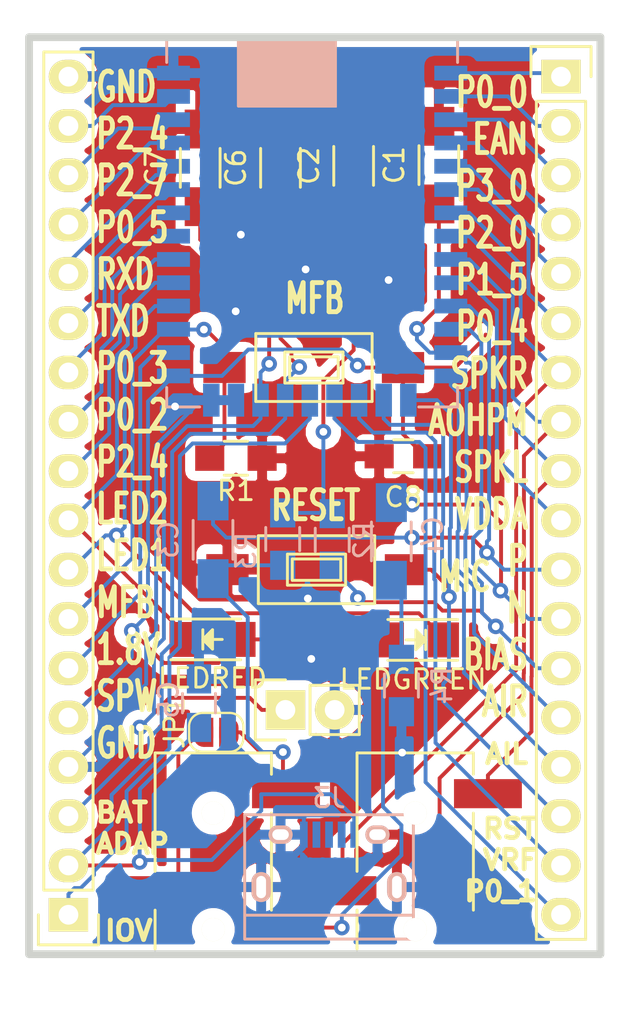
<source format=kicad_pcb>
(kicad_pcb (version 20200518) (host pcbnew "5.99.0-unknown-6083c08~88~ubuntu18.04.1")
  (layers (0 "F.Cu" signal) (31 "B.Cu" signal) (34 "B.Paste" user) (35 "F.Paste" user) (36 "B.SilkS" user) (37 "F.SilkS" user) (38 "B.Mask" user) (39 "F.Mask" user) (44 "Edge.Cuts" user))
  (net 0 "")
  (net 1 "/1")
  (net 2 "/2")
  (net 3 "/3")
  (net 4 "/4")
  (net 5 "/5")
  (net 6 "/6")
  (net 7 "/7")
  (net 8 "/8")
  (net 9 "/9")
  (net 10 "/10")
  (net 11 "/11")
  (net 12 "/12")
  (net 13 "/13")
  (net 14 "/14")
  (net 15 "/15")
  (net 16 "/16")
  (net 17 "/17")
  (net 18 "/18")
  (net 19 "/36")
  (net 20 "/35")
  (net 21 "/34")
  (net 22 "/33")
  (net 23 "/32")
  (net 24 "/31")
  (net 25 "/30")
  (net 26 "/29")
  (net 27 "/28")
  (net 28 "/27")
  (net 29 "/26")
  (net 30 "/25")
  (net 31 "/24")
  (net 32 "/21")
  (net 33 "/20")
  (net 34 "/19")
  (net 35 "/GND")
  (net 36 "Net-(C2-Pad1)")
  (net 37 "Net-(C3-Pad2)")
  (net 38 "Net-(C4-Pad2)")
  (net 39 "Net-(J2-Pad3)")
  (module "Capacitors_SMD.pretty:C_1206_HandSoldering" (layer "F.Cu") (at 133.7945 55.499 90)
    (fp_text reference "C7" (at 0 -2.3 90) (layer "F.SilkS"))
    (fp_text value "10u/16V")
    (pad "2" smd rect (at 2 0 90) (size 2 1.6) (layers "F.Cu" "F.Paste" "F.Mask") (net 35 "/GND"))
    (pad "1" smd rect (at -2 0 90) (size 2 1.6) (layers "F.Cu" "F.Paste" "F.Mask") (net 32 "/21"))
  )
  (module "Capacitors_SMD.pretty:C_1206_HandSoldering" (layer "F.Cu") (at 137.9347 55.499 90)
    (fp_text reference "C6" (at 0 -2.3 90) (layer "F.SilkS"))
    (fp_text value "10u/16V")
    (pad "2" smd rect (at 2 0 90) (size 2 1.6) (layers "F.Cu" "F.Paste" "F.Mask") (net 35 "/GND"))
    (pad "1" smd rect (at -2 0 90) (size 2 1.6) (layers "F.Cu" "F.Paste" "F.Mask") (net 33 "/20"))
  )
  (module "Capacitors_SMD.pretty:C_1206_HandSoldering" (layer "F.Cu") (at 141.7066 55.3974 90)
    (fp_text reference "C2" (at 0 -2.3 90) (layer "F.SilkS"))
    (fp_text value "2u2/10V")
    (pad "2" smd rect (at 2 0 90) (size 2 1.6) (layers "F.Cu" "F.Paste" "F.Mask") (net 35 "/GND"))
    (pad "1" smd rect (at -2 0 90) (size 2 1.6) (layers "F.Cu" "F.Paste" "F.Mask") (net 36 "Net-(C2-Pad1)"))
  )
  (module "Capacitors_SMD.pretty:C_1206_HandSoldering" (layer "F.Cu") (at 146.1008 55.3593 90)
    (fp_text reference "C1" (at 0 -2.3 90) (layer "F.SilkS"))
    (fp_text value "2u2/10V")
    (pad "2" smd rect (at 2 0 90) (size 2 1.6) (layers "F.Cu" "F.Paste" "F.Mask") (net 35 "/GND"))
    (pad "1" smd rect (at -2 0 90) (size 2 1.6) (layers "F.Cu" "F.Paste" "F.Mask") (net 13 "/13"))
  )
  (module "jacks:3.5mm_stereo_jack_PJ320B" (layer "F.Cu") (at 134.4676 94.742 180)
    (fp_text reference "J2" hide)
    (fp_text value "PJ-320B" hide)
    (pad "" np_thru_hole circle (at 0 6 180) (size 1.2 1.2) (drill 1.2) (layers *.Cu *.Mask "F.SilkS"))
    (pad "2" smd rect (at -3.75 7 180) (size 3.5 1.5) (layers "F.Cu" "F.Paste" "F.Mask") (net 37 "Net-(C3-Pad2)"))
    (pad "3" smd rect (at 3.75 2 180) (size 3.5 1.5) (layers "F.Cu" "F.Paste" "F.Mask") (net 39 "Net-(J2-Pad3)"))
    (pad "1" smd rect (at -3.75 0 180) (size 3.5 1.5) (layers "F.Cu" "F.Paste" "F.Mask") (net 38 "Net-(C4-Pad2)"))
    (pad "" np_thru_hole circle (at 0 0 180) (size 1.2 1.2) (drill 1.2) (layers *.Cu *.Mask "F.SilkS"))
  )
  (module "jacks:3.5mm_stereo_jack_PJ320B" (layer "F.Cu") (at 144.8816 94.742 180)
    (fp_text reference "J1" hide)
    (fp_text value "PJ-320B" hide)
    (pad "" np_thru_hole circle (at 0 6 180) (size 1.2 1.2) (drill 1.2) (layers *.Cu *.Mask "F.SilkS"))
    (pad "2" smd rect (at -3.75 7 180) (size 3.5 1.5) (layers "F.Cu" "F.Paste" "F.Mask") (net 9 "/9"))
    (pad "3" smd rect (at 3.75 2 180) (size 3.5 1.5) (layers "F.Cu" "F.Paste" "F.Mask") (net 7 "/7"))
    (pad "1" smd rect (at -3.75 0 180) (size 3.5 1.5) (layers "F.Cu" "F.Paste" "F.Mask") (net 8 "/8"))
    (pad "" np_thru_hole circle (at 0 0 180) (size 1.2 1.2) (drill 1.2) (layers *.Cu *.Mask "F.SilkS"))
  )
  (module "modules:BM20_no_silk_screen_under_antena" (layer "B.Cu") (at 147.066 67.818 180)
    (fp_text reference "U1" hide)
    (fp_text value "BM20" hide)
    (pad "15" smd trapezoid (at 2.54 0.35 180) (size 0.85 1.7) (layers "B.Cu" "B.Paste" "B.Mask") (net 15 "/15"))
    (pad "16" smd trapezoid (at 3.81 0.35 180) (size 0.85 1.7) (layers "B.Cu" "B.Paste" "B.Mask") (net 16 "/16"))
    (pad "17" smd trapezoid (at 5.08 0.35 180) (size 0.85 1.7) (layers "B.Cu" "B.Paste" "B.Mask") (net 17 "/17"))
    (pad "18" smd trapezoid (at 6.35 0.35 180) (size 0.85 1.7) (layers "B.Cu" "B.Paste" "B.Mask") (net 18 "/18"))
    (pad "19" smd trapezoid (at 7.62 0.35 180) (size 0.85 1.7) (layers "B.Cu" "B.Paste" "B.Mask") (net 34 "/19"))
    (pad "20" smd trapezoid (at 8.89 0.35 180) (size 0.85 1.7) (layers "B.Cu" "B.Paste" "B.Mask") (net 33 "/20"))
    (pad "21" smd trapezoid (at 10.16 0.35 180) (size 0.85 1.7) (layers "B.Cu" "B.Paste" "B.Mask") (net 32 "/21"))
    (pad "22" smd trapezoid (at 11.43 0.35 180) (size 0.85 1.7) (layers "B.Cu" "B.Paste" "B.Mask") (net 35 "/GND"))
    (pad "23" smd trapezoid (at 12.7 0.35 180) (size 0.85 1.7) (layers "B.Cu" "B.Paste" "B.Mask") (net 35 "/GND"))
    (pad "24" smd trapezoid (at 14.65 1.6 90) (size 0.76 1.7) (layers "B.Cu" "B.Paste" "B.Mask") (net 31 "/24"))
    (pad "25" smd trapezoid (at 14.65 2.8 90) (size 0.76 1.7) (layers "B.Cu" "B.Paste" "B.Mask") (net 30 "/25"))
    (pad "27" smd trapezoid (at 14.65 5.2 90) (size 0.76 1.7) (layers "B.Cu" "B.Paste" "B.Mask") (net 28 "/27"))
    (pad "26" smd trapezoid (at 14.65 4 90) (size 0.76 1.7) (layers "B.Cu" "B.Paste" "B.Mask") (net 29 "/26"))
    (pad "31" smd trapezoid (at 14.65 10 90) (size 0.76 1.7) (layers "B.Cu" "B.Paste" "B.Mask") (net 24 "/31"))
    (pad "29" smd trapezoid (at 14.65 7.6 90) (size 0.76 1.7) (layers "B.Cu" "B.Paste" "B.Mask") (net 26 "/29"))
    (pad "30" smd trapezoid (at 14.65 8.8 90) (size 0.76 1.7) (layers "B.Cu" "B.Paste" "B.Mask") (net 25 "/30"))
    (pad "28" smd trapezoid (at 14.65 6.4 90) (size 0.76 1.7) (layers "B.Cu" "B.Paste" "B.Mask") (net 27 "/28"))
    (pad "37" smd trapezoid (at 14.65 17.2 90) (size 0.76 1.7) (layers "B.Cu" "B.Paste" "B.Mask") (net 35 "/GND"))
    (pad "35" smd trapezoid (at 14.65 14.8 90) (size 0.76 1.7) (layers "B.Cu" "B.Paste" "B.Mask") (net 20 "/35"))
    (pad "36" smd trapezoid (at 14.65 16 90) (size 0.76 1.7) (layers "B.Cu" "B.Paste" "B.Mask") (net 19 "/36"))
    (pad "33" smd trapezoid (at 14.65 12.4 90) (size 0.76 1.7) (layers "B.Cu" "B.Paste" "B.Mask") (net 22 "/33"))
    (pad "34" smd trapezoid (at 14.65 13.6 90) (size 0.76 1.7) (layers "B.Cu" "B.Paste" "B.Mask") (net 21 "/34"))
    (pad "32" smd trapezoid (at 14.65 11.2 90) (size 0.76 1.7) (layers "B.Cu" "B.Paste" "B.Mask") (net 23 "/32"))
    (pad "9" smd trapezoid (at 0.35 7.6 90) (size 0.76 1.7) (layers "B.Cu" "B.Paste" "B.Mask") (net 9 "/9"))
    (pad "2" smd trapezoid (at 0.35 16 90) (size 0.76 1.7) (layers "B.Cu" "B.Paste" "B.Mask") (net 2 "/2"))
    (pad "6" smd trapezoid (at 0.35 11.2 90) (size 0.76 1.7) (layers "B.Cu" "B.Paste" "B.Mask") (net 6 "/6"))
    (pad "11" smd trapezoid (at 0.35 5.2 90) (size 0.76 1.7) (layers "B.Cu" "B.Paste" "B.Mask") (net 11 "/11"))
    (pad "5" smd trapezoid (at 0.35 12.4 90) (size 0.76 1.7) (layers "B.Cu" "B.Paste" "B.Mask") (net 5 "/5"))
    (pad "10" smd trapezoid (at 0.35 6.4 90) (size 0.76 1.7) (layers "B.Cu" "B.Paste" "B.Mask") (net 10 "/10"))
    (pad "13" smd trapezoid (at 0.35 2.8 90) (size 0.76 1.7) (layers "B.Cu" "B.Paste" "B.Mask") (net 13 "/13"))
    (pad "4" smd trapezoid (at 0.35 13.6 90) (size 0.76 1.7) (layers "B.Cu" "B.Paste" "B.Mask") (net 4 "/4"))
    (pad "1" smd trapezoid (at 0.35 17.2 90) (size 0.76 1.7) (layers "B.Cu" "B.Paste" "B.Mask") (net 1 "/1"))
    (pad "8" smd trapezoid (at 0.35 8.8 90) (size 0.76 1.7) (layers "B.Cu" "B.Paste" "B.Mask") (net 8 "/8"))
    (pad "12" smd trapezoid (at 0.35 4 90) (size 0.76 1.7) (layers "B.Cu" "B.Paste" "B.Mask") (net 12 "/12"))
    (pad "14" smd trapezoid (at 0.35 1.6 90) (size 0.76 1.7) (layers "B.Cu" "B.Paste" "B.Mask") (net 14 "/14"))
    (pad "3" smd trapezoid (at 0.35 14.8 90) (size 0.76 1.7) (layers "B.Cu" "B.Paste" "B.Mask") (net 3 "/3"))
    (pad "7" smd trapezoid (at 0.35 10 90) (size 0.76 1.7) (layers "B.Cu" "B.Paste" "B.Mask") (net 7 "/7"))
  )
  (module "Pin_Headers.pretty:Pin_Header_Straight_1x18" (layer "F.Cu") (at 152.4 50.8)
    (fp_text reference "CON1" hide)
    (fp_text value "CONN_18")
    (pad "1" thru_hole rect (at 0 0) (size 2.032 1.7272) (drill 1.016) (layers *.Cu *.Mask "F.SilkS") (net 1 "/1"))
    (pad "2" thru_hole oval (at 0 2.54) (size 2.032 1.7272) (drill 1.016) (layers *.Cu *.Mask "F.SilkS") (net 2 "/2"))
    (pad "3" thru_hole oval (at 0 5.08) (size 2.032 1.7272) (drill 1.016) (layers *.Cu *.Mask "F.SilkS") (net 3 "/3"))
    (pad "4" thru_hole oval (at 0 7.62) (size 2.032 1.7272) (drill 1.016) (layers *.Cu *.Mask "F.SilkS") (net 4 "/4"))
    (pad "5" thru_hole oval (at 0 10.16) (size 2.032 1.7272) (drill 1.016) (layers *.Cu *.Mask "F.SilkS") (net 5 "/5"))
    (pad "6" thru_hole oval (at 0 12.7) (size 2.032 1.7272) (drill 1.016) (layers *.Cu *.Mask "F.SilkS") (net 6 "/6"))
    (pad "7" thru_hole oval (at 0 15.24) (size 2.032 1.7272) (drill 1.016) (layers *.Cu *.Mask "F.SilkS") (net 7 "/7"))
    (pad "8" thru_hole oval (at 0 17.78) (size 2.032 1.7272) (drill 1.016) (layers *.Cu *.Mask "F.SilkS") (net 8 "/8"))
    (pad "9" thru_hole oval (at 0 20.32) (size 2.032 1.7272) (drill 1.016) (layers *.Cu *.Mask "F.SilkS") (net 9 "/9"))
    (pad "10" thru_hole oval (at 0 22.86) (size 2.032 1.7272) (drill 1.016) (layers *.Cu *.Mask "F.SilkS") (net 10 "/10"))
    (pad "11" thru_hole oval (at 0 25.4) (size 2.032 1.7272) (drill 1.016) (layers *.Cu *.Mask "F.SilkS") (net 11 "/11"))
    (pad "12" thru_hole oval (at 0 27.94) (size 2.032 1.7272) (drill 1.016) (layers *.Cu *.Mask "F.SilkS") (net 12 "/12"))
    (pad "13" thru_hole oval (at 0 30.48) (size 2.032 1.7272) (drill 1.016) (layers *.Cu *.Mask "F.SilkS") (net 13 "/13"))
    (pad "14" thru_hole oval (at 0 33.02) (size 2.032 1.7272) (drill 1.016) (layers *.Cu *.Mask "F.SilkS") (net 14 "/14"))
    (pad "15" thru_hole oval (at 0 35.56) (size 2.032 1.7272) (drill 1.016) (layers *.Cu *.Mask "F.SilkS") (net 15 "/15"))
    (pad "16" thru_hole oval (at 0 38.1) (size 2.032 1.7272) (drill 1.016) (layers *.Cu *.Mask "F.SilkS") (net 16 "/16"))
    (pad "17" thru_hole oval (at 0 40.64) (size 2.032 1.7272) (drill 1.016) (layers *.Cu *.Mask "F.SilkS") (net 17 "/17"))
    (pad "18" thru_hole oval (at 0 43.18) (size 2.032 1.7272) (drill 1.016) (layers *.Cu *.Mask "F.SilkS") (net 18 "/18"))
  )
  (module "Pin_Headers.pretty:Pin_Header_Straight_1x18" (layer "F.Cu") (at 127 93.98 180)
    (fp_text reference "CON2" hide)
    (fp_text value "CONN_18")
    (pad "18" thru_hole oval (at 0 43.18 180) (size 2.032 1.7272) (drill 1.016) (layers *.Cu *.Mask "F.SilkS") (net 35 "/GND"))
    (pad "17" thru_hole oval (at 0 40.64 180) (size 2.032 1.7272) (drill 1.016) (layers *.Cu *.Mask "F.SilkS") (net 19 "/36"))
    (pad "16" thru_hole oval (at 0 38.1 180) (size 2.032 1.7272) (drill 1.016) (layers *.Cu *.Mask "F.SilkS") (net 20 "/35"))
    (pad "15" thru_hole oval (at 0 35.56 180) (size 2.032 1.7272) (drill 1.016) (layers *.Cu *.Mask "F.SilkS") (net 21 "/34"))
    (pad "14" thru_hole oval (at 0 33.02 180) (size 2.032 1.7272) (drill 1.016) (layers *.Cu *.Mask "F.SilkS") (net 22 "/33"))
    (pad "13" thru_hole oval (at 0 30.48 180) (size 2.032 1.7272) (drill 1.016) (layers *.Cu *.Mask "F.SilkS") (net 23 "/32"))
    (pad "12" thru_hole oval (at 0 27.94 180) (size 2.032 1.7272) (drill 1.016) (layers *.Cu *.Mask "F.SilkS") (net 24 "/31"))
    (pad "11" thru_hole oval (at 0 25.4 180) (size 2.032 1.7272) (drill 1.016) (layers *.Cu *.Mask "F.SilkS") (net 25 "/30"))
    (pad "10" thru_hole oval (at 0 22.86 180) (size 2.032 1.7272) (drill 1.016) (layers *.Cu *.Mask "F.SilkS") (net 26 "/29"))
    (pad "9" thru_hole oval (at 0 20.32 180) (size 2.032 1.7272) (drill 1.016) (layers *.Cu *.Mask "F.SilkS") (net 27 "/28"))
    (pad "8" thru_hole oval (at 0 17.78 180) (size 2.032 1.7272) (drill 1.016) (layers *.Cu *.Mask "F.SilkS") (net 28 "/27"))
    (pad "7" thru_hole oval (at 0 15.24 180) (size 2.032 1.7272) (drill 1.016) (layers *.Cu *.Mask "F.SilkS") (net 29 "/26"))
    (pad "6" thru_hole oval (at 0 12.7 180) (size 2.032 1.7272) (drill 1.016) (layers *.Cu *.Mask "F.SilkS") (net 30 "/25"))
    (pad "5" thru_hole oval (at 0 10.16 180) (size 2.032 1.7272) (drill 1.016) (layers *.Cu *.Mask "F.SilkS") (net 31 "/24"))
    (pad "4" thru_hole oval (at 0 7.62 180) (size 2.032 1.7272) (drill 1.016) (layers *.Cu *.Mask "F.SilkS") (net 35 "/GND"))
    (pad "3" thru_hole oval (at 0 5.08 180) (size 2.032 1.7272) (drill 1.016) (layers *.Cu *.Mask "F.SilkS") (net 32 "/21"))
    (pad "2" thru_hole oval (at 0 2.54 180) (size 2.032 1.7272) (drill 1.016) (layers *.Cu *.Mask "F.SilkS") (net 33 "/20"))
    (pad "1" thru_hole rect (at 0 0 180) (size 2.032 1.7272) (drill 1.016) (layers *.Cu *.Mask "F.SilkS") (net 34 "/19"))
  )
  (module "LEDs.pretty:LED-1206" (layer "F.Cu") (at 134.4295 79.7941)
    (fp_text reference "D2" hide)
    (fp_text value "LEDRED" (at 0 2) (layer "F.SilkS"))
    (pad "2" smd rect (at 1.41986 0 180) (size 1.59766 1.80086) (layers "F.Cu" "F.Paste" "F.Mask") (net 31 "/24"))
    (pad "1" smd rect (at -1.41986 0 180) (size 1.59766 1.80086) (layers "F.Cu" "F.Paste" "F.Mask") (net 27 "/28"))
  )
  (module "LEDs.pretty:LED-1206" (layer "F.Cu") (at 144.9197 79.8195 180)
    (fp_text reference "D1" hide)
    (fp_text value "LEDGREEN" (at 0.14986 -2.032 180) (layer "F.SilkS"))
    (pad "1" smd rect (at -1.41986 0) (size 1.59766 1.80086) (layers "F.Cu" "F.Paste" "F.Mask") (net 28 "/27"))
    (pad "2" smd rect (at 1.41986 0) (size 1.59766 1.80086) (layers "F.Cu" "F.Paste" "F.Mask") (net 31 "/24"))
  )
  (module "Resistors_SMD.pretty:R_0805_HandSoldering" (layer "F.Cu") (at 135.636 70.4596)
    (fp_text reference "R1" (at 0 1.6764) (layer "F.SilkS"))
    (fp_text value "1k" hide)
    (pad "1" smd rect (at -1.35 0) (size 1.5 1.3) (layers "F.Cu" "F.Paste" "F.Mask") (net 29 "/26"))
    (pad "2" smd rect (at 1.35 0) (size 1.5 1.3) (layers "F.Cu" "F.Paste" "F.Mask") (net 35 "/GND"))
  )
  (module "Buttons_Switches_SMD.pretty:SW_SPST_FSMSM" (layer "F.Cu") (at 139.8016 76.2 180)
    (fp_text reference "SW1" hide)
    (fp_text value "SWITCH_SPST")
    (pad "1" smd rect (at -4.60243 -0.00232 180) (size 2.18 1.6) (layers "F.Cu" "F.Paste" "F.Mask") (net 16 "/16"))
    (pad "2" smd rect (at 4.60243 0.00232 180) (size 2.18 1.6) (layers "F.Cu" "F.Paste" "F.Mask") (net 35 "/GND"))
  )
  (module "Buttons_Switches_SMD.pretty:SW_SPST_FSMSM" (layer "F.Cu") (at 139.6492 65.786)
    (fp_text reference "SW2" hide)
    (fp_text value "SWITCH_SPST")
    (pad "2" smd rect (at 4.60243 0.00232) (size 2.18 1.6) (layers "F.Cu" "F.Paste" "F.Mask") (net 31 "/24"))
    (pad "1" smd rect (at -4.60243 -0.00232) (size 2.18 1.6) (layers "F.Cu" "F.Paste" "F.Mask") (net 29 "/26"))
  )
  (module "Capacitors_SMD.pretty:C_1206_HandSoldering" (layer "B.Cu") (at 134.4549 74.6633 -90)
    (fp_text reference "C3" (at 0 2.3 -90) (layer "B.SilkS") (effects (justify mirror)))
    (fp_text value "0,1u/16V")
    (pad "1" smd rect (at -2 0 270) (size 2 1.6) (layers "B.Cu" "B.Paste" "B.Mask") (net 11 "/11"))
    (pad "2" smd rect (at 2 0 270) (size 2 1.6) (layers "B.Cu" "B.Paste" "B.Mask") (net 37 "Net-(C3-Pad2)"))
  )
  (module "Capacitors_SMD.pretty:C_1206_HandSoldering" (layer "B.Cu") (at 143.6497 74.7456 -90)
    (fp_text reference "C4" (at -0.3236 -2.1463 -90) (layer "B.SilkS") (effects (justify mirror)))
    (fp_text value "0,1u/16V")
    (pad "2" smd rect (at 2 0 270) (size 2 1.6) (layers "B.Cu" "B.Paste" "B.Mask") (net 38 "Net-(C4-Pad2)"))
    (pad "1" smd rect (at -2 0 270) (size 2 1.6) (layers "B.Cu" "B.Paste" "B.Mask") (net 12 "/12"))
  )
  (module "Capacitors_SMD.pretty:C_0805_HandSoldering" (layer "B.Cu") (at 133.731 83.078 90)
    (fp_text reference "C5" (at 0.1778 -1.5621 90) (layer "B.SilkS") (effects (justify mirror)))
    (fp_text value "100n")
    (pad "1" smd rect (at -1.25 0 90) (size 1.5 1.25) (layers "B.Cu" "B.Paste" "B.Mask") (net 33 "/20"))
    (pad "2" smd rect (at 1.25 0 90) (size 1.5 1.25) (layers "B.Cu" "B.Paste" "B.Mask") (net 35 "/GND"))
  )
  (module "Pin_Headers.pretty:Pin_Header_Straight_1x02" (layer "F.Cu") (at 138.1887 83.4263 90)
    (fp_text reference "CON3" hide)
    (fp_text value "batt")
    (pad "1" thru_hole rect (at 0 0 90) (size 2.032 2.032) (drill 1.016) (layers *.Cu *.Mask "F.SilkS") (net 32 "/21"))
    (pad "2" thru_hole oval (at 0 2.54 90) (size 2.032 2.032) (drill 1.016) (layers *.Cu *.Mask "F.SilkS") (net 35 "/GND"))
  )
  (module "Resistors_SMD.pretty:R_0805_HandSoldering" (layer "B.Cu") (at 140.6017 74.6633 -90)
    (fp_text reference "R2" (at 0.0381 -1.6383 -90) (layer "B.SilkS") (effects (justify mirror)))
    (fp_text value "1k")
    (pad "1" smd rect (at -1.35 0 270) (size 1.5 1.3) (layers "B.Cu" "B.Paste" "B.Mask") (net 36 "Net-(C2-Pad1)"))
    (pad "2" smd rect (at 1.35 0 270) (size 1.5 1.3) (layers "B.Cu" "B.Paste" "B.Mask") (net 13 "/13"))
  )
  (module "Resistors_SMD.pretty:R_0805_HandSoldering" (layer "B.Cu") (at 138.049 74.6252 90)
    (fp_text reference "R3" (at -0.6096 -1.8923 90) (layer "B.SilkS") (effects (justify mirror)))
    (fp_text value "1k")
    (pad "2" smd rect (at 1.35 0 90) (size 1.5 1.3) (layers "B.Cu" "B.Paste" "B.Mask") (net 36 "Net-(C2-Pad1)"))
    (pad "1" smd rect (at -1.35 0 90) (size 1.5 1.3) (layers "B.Cu" "B.Paste" "B.Mask") (net 37 "Net-(C3-Pad2)"))
  )
  (module "Resistors_SMD.pretty:R_0805_HandSoldering" (layer "B.Cu") (at 144.1704 82.169 90)
    (fp_text reference "R4" (at 0 2.1 90) (layer "B.SilkS") (effects (justify mirror)))
    (fp_text value "2k")
    (pad "1" smd rect (at -1.35 0 90) (size 1.5 1.3) (layers "B.Cu" "B.Paste" "B.Mask") (net 35 "/GND"))
    (pad "2" smd rect (at 1.35 0 90) (size 1.5 1.3) (layers "B.Cu" "B.Paste" "B.Mask") (net 38 "Net-(C4-Pad2)"))
  )
  (module "Connect.pretty:USB_Micro-B" (layer "B.Cu") (at 140.4366 91.4146 180)
    (fp_text reference "J3" (at 0 3.45 180) (layer "B.SilkS") (effects (justify mirror)))
    (fp_text value "USB_B_Micro")
    (pad "6" thru_hole oval (at 3.4991 -1.13746 90) (size 1.55 1) (drill oval 1.15 0.5) (layers *.Cu *.Mask "B.SilkS") (net 35 "/GND"))
    (pad "6" thru_hole oval (at -3.5009 -1.13746 90) (size 1.55 1) (drill oval 1.15 0.5) (layers *.Cu *.Mask "B.SilkS") (net 35 "/GND"))
    (pad "6" thru_hole oval (at 2.4991 1.56254 90) (size 0.95 1.25) (drill oval 0.55 0.85) (layers *.Cu *.Mask "B.SilkS") (net 35 "/GND"))
    (pad "6" thru_hole oval (at -2.5009 1.56254 90) (size 0.95 1.25) (drill oval 0.55 0.85) (layers *.Cu *.Mask "B.SilkS") (net 35 "/GND"))
    (pad "5" smd rect (at 1.2991 1.56254 90) (size 1.35 0.4) (layers "B.Cu" "B.Paste" "B.Mask") (net 35 "/GND"))
    (pad "4" smd rect (at 0.6491 1.56254 90) (size 1.35 0.4) (layers "B.Cu" "B.Paste" "B.Mask"))
    (pad "3" smd rect (at -0.0009 1.56254 90) (size 1.35 0.4) (layers "B.Cu" "B.Paste" "B.Mask"))
    (pad "2" smd rect (at -0.6509 1.56254 90) (size 1.35 0.4) (layers "B.Cu" "B.Paste" "B.Mask"))
    (pad "1" smd rect (at -1.3009 1.56254 90) (size 1.35 0.4) (layers "B.Cu" "B.Paste" "B.Mask") (net 33 "/20"))
  )
  (module "Capacitors_SMD.pretty:C_0805_HandSoldering" (layer "F.Cu") (at 144.272 70.358 180)
    (fp_text reference "C8" (at 0 -2.1 180) (layer "F.SilkS"))
    (fp_text value "100n")
    (pad "1" smd rect (at -1.25 0 180) (size 1.5 1.25) (layers "F.Cu" "F.Paste" "F.Mask") (net 31 "/24"))
    (pad "2" smd rect (at 1.25 0 180) (size 1.5 1.25) (layers "F.Cu" "F.Paste" "F.Mask") (net 35 "/GND"))
  )
  (module "Jumper:SolderJumper-2_P1.3mm_Open_RoundedPad1.0x1.5mm" (layer "F.Cu") (at 134.62 84.582)
    (fp_text reference "JP1" (at -2.159 -0.508 90) (layer "F.SilkS"))
    (fp_text value "Jumper_NO_Small")
    (pad "2" smd roundrect (at 0.65 0) (size 1 1.5) (layers "F.Cu" "F.Mask") (roundrect_rratio 0.5) (net 37 "Net-(C3-Pad2)"))
    (pad "1" smd roundrect (at -0.65 0) (size 1 1.5) (layers "F.Cu" "F.Mask") (roundrect_rratio 0.5) (net 39 "Net-(J2-Pad3)"))
    (pad "1" smd rect (at -0.4 0) (size 0.5 1.5) (layers "F.Cu" "F.Mask") (net 39 "Net-(J2-Pad3)"))
    (pad "2" smd rect (at 0.4 0) (size 0.5 1.5) (layers "F.Cu" "F.Mask") (net 37 "Net-(C3-Pad2)"))
  )
  (gr_text "MIC" (at 147.4343 76.5556) (layer "F.SilkS") (effects (font (size 1.5 1) (thickness 0.25))))
  (gr_text "RST\nVRF\nP0_1" (at 151.2824 91.1606) (layer "F.SilkS") (effects (font (size 1 1) (thickness 0.25)) (justify right)))
  (gr_text "AIL" (at 149.5933 85.6996) (layer "F.SilkS") (effects (font (size 1 1) (thickness 0.25))))
  (gr_text "IOV\n" (at 130.1115 94.8055) (layer "F.SilkS") (effects (font (size 1 1) (thickness 0.25))))
  (gr_text "MFB" (at 139.7 62.23) (layer "F.SilkS") (effects (font (size 1.5 1) (thickness 0.25))))
  (gr_text "RESET" (at 139.7508 72.898) (layer "F.SilkS") (effects (font (size 1.5 1) (thickness 0.25))))
  (gr_text "P0_0\nEAN\nP3_0\nP2_0\nP1_5\nP0_4\nSPKR\nAOHPM\nSPKL\nVDDA\nP\nN\nBIAS\nAIR" (at 150.8379 67.31) (layer "F.SilkS") (effects (font (size 1.5 1) (thickness 0.25)) (justify right)))
  (gr_text "BAT\nADAP" (at 128.2827 89.5223) (layer "F.SilkS") (effects (font (size 1 1) (thickness 0.25)) (justify left)))
  (gr_text "GND\nP2_4\nP2_7\nP0_5\nRXD\nTXD\nP0_3\nP0_2\nP2_4\nLED2\nLED1\nMFB\n1.8V\nSPW\nGND" (at 128.2954 68.2371) (layer "F.SilkS") (effects (font (size 1.5 1) (thickness 0.25)) (justify left)))
  (gr_line (start 124.968 96.012) (end 154.432 96.012) (layer "Edge.Cuts") (width 0.4))
  (gr_line (start 124.968 48.768) (end 124.968 96.012) (layer "Edge.Cuts") (width 0.4))
  (gr_line (start 154.432 48.768) (end 124.968 48.768) (layer "Edge.Cuts") (width 0.4))
  (gr_line (start 154.432 96.012) (end 154.432 48.768) (layer "Edge.Cuts") (width 0.4))
  (segment (start 146.716 50.618) (end 152.218 50.618) (width 0.2) (layer "B.Cu") (net 1))
  (segment (start 152.218 50.618) (end 152.4 50.8) (width 0.2) (layer "B.Cu") (net 1))
  (segment (start 152.4 53.34) (end 151.184 53.34) (width 0.2) (layer "B.Cu") (net 2))
  (segment (start 151.184 53.34) (end 149.662 51.818) (width 0.2) (layer "B.Cu") (net 2))
  (segment (start 149.662 51.818) (end 147.666 51.818) (width 0.2) (layer "B.Cu") (net 2))
  (segment (start 147.666 51.818) (end 146.716 51.818) (width 0.2) (layer "B.Cu") (net 2))
  (segment (start 152.4 55.88) (end 152.2476 55.88) (width 0.2) (layer "B.Cu") (net 3))
  (segment (start 152.2476 55.88) (end 149.3856 53.018) (width 0.2) (layer "B.Cu") (net 3))
  (segment (start 149.3856 53.018) (end 147.666 53.018) (width 0.2) (layer "B.Cu") (net 3))
  (segment (start 147.666 53.018) (end 146.716 53.018) (width 0.2) (layer "B.Cu") (net 3))
  (segment (start 152.4 58.42) (end 152.2476 58.42) (width 0.2) (layer "B.Cu") (net 4))
  (segment (start 152.2476 58.42) (end 148.0456 54.218) (width 0.2) (layer "B.Cu") (net 4))
  (segment (start 147.666 54.218) (end 146.716 54.218) (width 0.2) (layer "B.Cu") (net 4))
  (segment (start 148.0456 54.218) (end 147.666 54.218) (width 0.2) (layer "B.Cu") (net 4))
  (segment (start 151.184 58.936) (end 147.666 55.418) (width 0.2) (layer "B.Cu") (net 5))
  (segment (start 151.184 59.8964) (end 151.184 58.936) (width 0.2) (layer "B.Cu") (net 5))
  (segment (start 152.4 60.96) (end 152.2476 60.96) (width 0.2) (layer "B.Cu") (net 5))
  (segment (start 147.666 55.418) (end 146.716 55.418) (width 0.2) (layer "B.Cu") (net 5))
  (segment (start 152.2476 60.96) (end 151.184 59.8964) (width 0.2) (layer "B.Cu") (net 5))
  (segment (start 152.4 63.5) (end 152.2476 63.5) (width 0.2) (layer "B.Cu") (net 6))
  (segment (start 148.1088 56.618) (end 146.716 56.618) (width 0.2) (layer "B.Cu") (net 6))
  (segment (start 152.2476 63.5) (end 150.7236 61.976) (width 0.2) (layer "B.Cu") (net 6))
  (segment (start 150.7236 61.976) (end 150.7236 59.2328) (width 0.2) (layer "B.Cu") (net 6))
  (segment (start 150.7236 59.2328) (end 148.1088 56.618) (width 0.2) (layer "B.Cu") (net 6))
  (segment (start 152.2476 66.04) (end 152.4 66.04) (width 0.2) (layer "F.Cu") (net 7))
  (segment (start 141.1316 90.3259) (end 150.0886 81.3689) (width 0.2) (layer "F.Cu") (net 7))
  (segment (start 141.1316 92.742) (end 141.1316 90.3259) (width 0.2) (layer "F.Cu") (net 7))
  (segment (start 150.0886 81.3689) (end 150.0886 68.199) (width 0.2) (layer "F.Cu") (net 7))
  (segment (start 150.0886 68.199) (end 152.2476 66.04) (width 0.2) (layer "F.Cu") (net 7))
  (segment (start 150.3172 60.4692) (end 147.666 57.818) (width 0.2) (layer "B.Cu") (net 7))
  (segment (start 147.666 57.818) (end 146.716 57.818) (width 0.2) (layer "B.Cu") (net 7))
  (segment (start 150.3172 64.1096) (end 150.3172 60.4692) (width 0.2) (layer "B.Cu") (net 7))
  (segment (start 152.2476 66.04) (end 150.3172 64.1096) (width 0.2) (layer "B.Cu") (net 7))
  (segment (start 152.4 66.04) (end 152.2476 66.04) (width 0.2) (layer "B.Cu") (net 7))
  (segment (start 146.1389 86.9442) (end 150.475911 82.607189) (width 0.2) (layer "F.Cu") (net 8))
  (segment (start 150.488611 81.534589) (end 150.488611 70.338989) (width 0.2) (layer "F.Cu") (net 8))
  (segment (start 150.475911 81.547289) (end 150.488611 81.534589) (width 0.2) (layer "F.Cu") (net 8))
  (segment (start 150.488611 70.338989) (end 152.2476 68.58) (width 0.2) (layer "F.Cu") (net 8))
  (segment (start 152.2476 68.58) (end 152.4 68.58) (width 0.2) (layer "F.Cu") (net 8))
  (segment (start 146.1389 91.2993) (end 146.1389 86.9442) (width 0.2) (layer "F.Cu") (net 8))
  (segment (start 148.6316 93.792) (end 146.1389 91.2993) (width 0.2) (layer "F.Cu") (net 8))
  (segment (start 150.475911 82.607189) (end 150.475911 81.547289) (width 0.2) (layer "F.Cu") (net 8))
  (segment (start 148.6316 94.742) (end 148.6316 93.792) (width 0.2) (layer "F.Cu") (net 8))
  (segment (start 149.9108 61.2628) (end 147.666 59.018) (width 0.2) (layer "B.Cu") (net 8))
  (segment (start 149.9108 67.3068) (end 149.9108 61.2628) (width 0.2) (layer "B.Cu") (net 8))
  (segment (start 151.184 68.58) (end 149.9108 67.3068) (width 0.2) (layer "B.Cu") (net 8))
  (segment (start 152.4 68.58) (end 151.184 68.58) (width 0.2) (layer "B.Cu") (net 8))
  (segment (start 147.666 59.018) (end 146.716 59.018) (width 0.2) (layer "B.Cu") (net 8))
  (segment (start 150.876 84.5476) (end 148.6316 86.792) (width 0.2) (layer "F.Cu") (net 9))
  (segment (start 150.888622 81.700278) (end 150.876 81.7129) (width 0.2) (layer "F.Cu") (net 9))
  (segment (start 150.888622 72.478978) (end 150.888622 81.700278) (width 0.2) (layer "F.Cu") (net 9))
  (segment (start 152.2476 71.12) (end 150.888622 72.478978) (width 0.2) (layer "F.Cu") (net 9))
  (segment (start 150.876 81.7129) (end 150.876 84.5476) (width 0.2) (layer "F.Cu") (net 9))
  (segment (start 152.4 71.12) (end 152.2476 71.12) (width 0.2) (layer "F.Cu") (net 9))
  (segment (start 148.6316 86.792) (end 148.6316 87.742) (width 0.2) (layer "F.Cu") (net 9))
  (segment (start 149.5044 62.0564) (end 147.666 60.218) (width 0.2) (layer "B.Cu") (net 9))
  (segment (start 149.5044 68.3768) (end 149.5044 62.0564) (width 0.2) (layer "B.Cu") (net 9))
  (segment (start 152.2476 71.12) (end 149.5044 68.3768) (width 0.2) (layer "B.Cu") (net 9))
  (segment (start 152.4 71.12) (end 152.2476 71.12) (width 0.2) (layer "B.Cu") (net 9))
  (segment (start 147.666 60.218) (end 146.716 60.218) (width 0.2) (layer "B.Cu") (net 9))
  (segment (start 152.2476 73.66) (end 149.091611 70.504011) (width 0.2) (layer "B.Cu") (net 10))
  (segment (start 147.666 61.418) (end 146.716 61.418) (width 0.2) (layer "B.Cu") (net 10))
  (segment (start 149.091611 70.504011) (end 149.091611 62.843611) (width 0.2) (layer "B.Cu") (net 10))
  (segment (start 149.091611 62.843611) (end 147.666 61.418) (width 0.2) (layer "B.Cu") (net 10))
  (segment (start 152.4 73.66) (end 152.2476 73.66) (width 0.2) (layer "B.Cu") (net 10))
  (segment (start 134.4549 72.6633) (end 134.4549 73.8633) (width 0.2) (layer "B.Cu") (net 11))
  (segment (start 134.4549 73.8633) (end 135.1406 74.549) (width 0.2) (layer "B.Cu") (net 11))
  (segment (start 135.1406 74.549) (end 144.149305 74.549) (width 0.2) (layer "B.Cu") (net 11))
  (segment (start 144.149305 74.549) (end 144.71499 74.549) (width 0.2) (layer "B.Cu") (net 11))
  (segment (start 148.5773 74.758015) (end 148.5773 75.3237) (width 0.2) (layer "B.Cu") (net 11))
  (segment (start 148.977299 75.723699) (end 148.5773 75.3237) (width 0.2) (layer "B.Cu") (net 11))
  (segment (start 147.666 62.618) (end 148.6916 63.6436) (width 0.2) (layer "B.Cu") (net 11))
  (segment (start 146.716 62.618) (end 147.666 62.618) (width 0.2) (layer "B.Cu") (net 11))
  (segment (start 152.4 76.2) (end 149.4536 76.2) (width 0.2) (layer "B.Cu") (net 11))
  (segment (start 144.71499 74.549) (end 147.8026 74.549) (width 0.2) (layer "F.Cu") (net 11))
  (segment (start 148.177301 74.923701) (end 148.5773 75.3237) (width 0.2) (layer "F.Cu") (net 11))
  (segment (start 148.6916 74.643715) (end 148.5773 74.758015) (width 0.2) (layer "B.Cu") (net 11))
  (segment (start 147.8026 74.549) (end 148.177301 74.923701) (width 0.2) (layer "F.Cu") (net 11))
  (segment (start 149.4536 76.2) (end 148.977299 75.723699) (width 0.2) (layer "B.Cu") (net 11))
  (segment (start 148.6916 63.6436) (end 148.6916 74.643715) (width 0.2) (layer "B.Cu") (net 11))
  (via (at 148.5773 75.3237) (size 0.8) (drill 0.4) (layers "F.Cu" "B.Cu") (net 11))
  (via (at 144.71499 74.549) (size 0.8) (drill 0.4) (layers "F.Cu" "B.Cu") (net 11))
  (segment (start 149.2758 77.2795) (end 147.8661 75.8698) (width 0.2) (layer "B.Cu") (net 12))
  (segment (start 150.7363 78.74) (end 149.2758 77.2795) (width 0.2) (layer "B.Cu") (net 12))
  (via (at 149.2758 77.2795) (size 0.8) (drill 0.4) (layers "F.Cu" "B.Cu") (net 12))
  (segment (start 144.71499 72.8472) (end 148.3941 72.8472) (width 0.2) (layer "F.Cu") (net 12))
  (segment (start 148.3941 72.8472) (end 149.3085 73.7616) (width 0.2) (layer "F.Cu") (net 12))
  (segment (start 149.3085 73.7616) (end 149.3085 77.2468) (width 0.2) (layer "F.Cu") (net 12))
  (segment (start 149.3085 77.2468) (end 149.2758 77.2795) (width 0.2) (layer "F.Cu") (net 12))
  (segment (start 147.8661 75.8698) (end 147.8661 74.579796) (width 0.2) (layer "B.Cu") (net 12))
  (segment (start 147.8661 74.579796) (end 148.29159 74.154306) (width 0.2) (layer "B.Cu") (net 12))
  (segment (start 148.29159 74.154306) (end 148.29159 64.44359) (width 0.2) (layer "B.Cu") (net 12))
  (segment (start 152.4 78.74) (end 150.7363 78.74) (width 0.2) (layer "B.Cu") (net 12))
  (segment (start 148.29159 64.44359) (end 147.666 63.818) (width 0.2) (layer "B.Cu") (net 12))
  (segment (start 147.666 63.818) (end 146.716 63.818) (width 0.2) (layer "B.Cu") (net 12))
  (segment (start 143.6497 72.7456) (end 144.6497 72.7456) (width 0.2) (layer "B.Cu") (net 12))
  (segment (start 144.6497 72.7456) (end 144.71499 72.81089) (width 0.2) (layer "B.Cu") (net 12))
  (segment (start 144.71499 72.81089) (end 144.71499 72.8472) (width 0.2) (layer "B.Cu") (net 12))
  (via (at 144.71499 72.8472) (size 0.8) (drill 0.4) (layers "F.Cu" "B.Cu") (net 12))
  (segment (start 141.9225 77.6605) (end 142.1384 77.8764) (width 0.2) (layer "F.Cu") (net 13))
  (segment (start 142.1384 77.8764) (end 145.853776 77.8764) (width 0.2) (layer "F.Cu") (net 13))
  (segment (start 145.853776 77.8764) (end 146.287077 78.309701) (width 0.2) (layer "F.Cu") (net 13))
  (segment (start 146.287077 78.309701) (end 148.223201 78.309701) (width 0.2) (layer "F.Cu") (net 13))
  (segment (start 148.223201 78.309701) (end 148.634501 78.721001) (width 0.2) (layer "F.Cu") (net 13))
  (segment (start 148.634501 78.721001) (end 149.0345 79.121) (width 0.2) (layer "F.Cu") (net 13))
  (segment (start 151.184 81.28) (end 148.4789 78.5749) (width 0.2) (layer "B.Cu") (net 13))
  (segment (start 149.0345 79.121) (end 148.4884 78.5749) (width 0.2) (layer "B.Cu") (net 13))
  (segment (start 148.4789 78.5749) (end 148.3233 78.4193) (width 0.2) (layer "B.Cu") (net 13))
  (segment (start 148.4884 78.5749) (end 148.4789 78.5749) (width 0.2) (layer "B.Cu") (net 13))
  (via (at 149.0345 79.121) (size 0.8) (drill 0.4) (layers "F.Cu" "B.Cu") (net 13))
  (segment (start 148.3233 78.4193) (end 148.3233 76.8927) (width 0.2) (layer "B.Cu") (net 13))
  (segment (start 140.6017 76.0133) (end 140.6017 76.1133) (width 0.2) (layer "B.Cu") (net 13))
  (segment (start 140.6017 76.1133) (end 141.9225 77.4341) (width 0.2) (layer "B.Cu") (net 13))
  (via (at 141.9225 77.6605) (size 0.8) (drill 0.4) (layers "F.Cu" "B.Cu") (net 13))
  (segment (start 141.9225 77.4341) (end 141.9225 77.6605) (width 0.2) (layer "B.Cu") (net 13))
  (segment (start 147.69027 66.89801) (end 147.86601 66.72227) (width 0.2) (layer "B.Cu") (net 13))
  (segment (start 147.86601 65.71373) (end 147.69027 65.53799) (width 0.2) (layer "B.Cu") (net 13))
  (segment (start 147.466089 74.414107) (end 147.52951 74.350686) (width 0.2) (layer "B.Cu") (net 13))
  (segment (start 147.4978 65.53799) (end 147.4978 65.1862) (width 0.2) (layer "B.Cu") (net 13))
  (segment (start 147.466089 76.035489) (end 147.466089 74.414107) (width 0.2) (layer "B.Cu") (net 13))
  (segment (start 147.86601 66.72227) (end 147.86601 65.71373) (width 0.2) (layer "B.Cu") (net 13))
  (segment (start 147.52951 66.89801) (end 147.69027 66.89801) (width 0.2) (layer "B.Cu") (net 13))
  (segment (start 152.4 81.28) (end 151.184 81.28) (width 0.2) (layer "B.Cu") (net 13))
  (segment (start 147.52951 74.350686) (end 147.52951 66.89801) (width 0.2) (layer "B.Cu") (net 13))
  (segment (start 148.3233 76.8927) (end 147.466089 76.035489) (width 0.2) (layer "B.Cu") (net 13))
  (segment (start 147.69027 65.53799) (end 147.4978 65.53799) (width 0.2) (layer "B.Cu") (net 13))
  (segment (start 147.4978 65.1862) (end 147.666 65.018) (width 0.2) (layer "B.Cu") (net 13))
  (segment (start 147.666 65.018) (end 146.716 65.018) (width 0.2) (layer "B.Cu") (net 13))
  (segment (start 144.9705 63.7921) (end 144.9705 64.357785) (width 0.2) (layer "B.Cu") (net 13))
  (segment (start 144.9705 64.357785) (end 145.630715 65.018) (width 0.2) (layer "B.Cu") (net 13))
  (segment (start 145.630715 65.018) (end 145.766 65.018) (width 0.2) (layer "B.Cu") (net 13))
  (segment (start 145.766 65.018) (end 146.716 65.018) (width 0.2) (layer "B.Cu") (net 13))
  (segment (start 146.1008 57.35828) (end 146.1008 62.6618) (width 0.2) (layer "F.Cu") (net 13))
  (segment (start 146.1008 62.6618) (end 144.9705 63.7921) (width 0.2) (layer "F.Cu") (net 13))
  (via (at 144.9705 63.7921) (size 0.8) (drill 0.4) (layers "F.Cu" "B.Cu") (net 13))
  (segment (start 147.9169 77.052) (end 147.066078 76.201178) (width 0.2) (layer "B.Cu") (net 14))
  (segment (start 147.129499 74.184997) (end 147.129499 67.111499) (width 0.2) (layer "B.Cu") (net 14))
  (segment (start 147.9169 79.4893) (end 147.9169 77.052) (width 0.2) (layer "B.Cu") (net 14))
  (segment (start 152.2476 83.82) (end 147.9169 79.4893) (width 0.2) (layer "B.Cu") (net 14))
  (segment (start 147.066078 74.248418) (end 147.129499 74.184997) (width 0.2) (layer "B.Cu") (net 14))
  (segment (start 147.129499 67.111499) (end 146.716 66.698) (width 0.2) (layer "B.Cu") (net 14))
  (segment (start 152.4 83.82) (end 152.2476 83.82) (width 0.2) (layer "B.Cu") (net 14))
  (segment (start 147.066078 76.201178) (end 147.066078 74.248418) (width 0.2) (layer "B.Cu") (net 14))
  (segment (start 146.716 66.698) (end 146.716 66.218) (width 0.2) (layer "B.Cu") (net 14))
  (segment (start 147.3962 77.097) (end 146.666067 76.366867) (width 0.2) (layer "B.Cu") (net 15))
  (segment (start 152.4 86.36) (end 152.2476 86.36) (width 0.2) (layer "B.Cu") (net 15))
  (segment (start 146.7231 68.1863) (end 146.0048 67.468) (width 0.2) (layer "B.Cu") (net 15))
  (segment (start 146.0048 67.468) (end 145.051 67.468) (width 0.2) (layer "B.Cu") (net 15))
  (segment (start 145.051 67.468) (end 144.526 67.468) (width 0.2) (layer "B.Cu") (net 15))
  (segment (start 147.3962 81.5086) (end 147.3962 77.097) (width 0.2) (layer "B.Cu") (net 15))
  (segment (start 152.2476 86.36) (end 147.3962 81.5086) (width 0.2) (layer "B.Cu") (net 15))
  (segment (start 146.666067 76.366867) (end 146.666067 74.082729) (width 0.2) (layer "B.Cu") (net 15))
  (segment (start 146.666067 74.082729) (end 146.7231 74.025696) (width 0.2) (layer "B.Cu") (net 15))
  (segment (start 146.7231 74.025696) (end 146.7231 68.1863) (width 0.2) (layer "B.Cu") (net 15))
  (segment (start 146.623078 77.131368) (end 146.623078 77.6097) (width 0.2) (layer "F.Cu") (net 16))
  (segment (start 145.69403 76.20232) (end 146.623078 77.131368) (width 0.2) (layer "F.Cu") (net 16))
  (segment (start 144.40403 76.20232) (end 145.69403 76.20232) (width 0.2) (layer "F.Cu") (net 16))
  (segment (start 146.623078 77.6097) (end 146.6215 81.779) (width 0.2) (layer "B.Cu") (net 16))
  (segment (start 146.6215 76.888) (end 146.623078 77.6097) (width 0.2) (layer "B.Cu") (net 16))
  (via (at 146.623078 77.6097) (size 0.8) (drill 0.4) (layers "F.Cu" "B.Cu") (net 16))
  (segment (start 146.266056 76.532556) (end 146.6215 76.888) (width 0.2) (layer "B.Cu") (net 16))
  (segment (start 146.266056 73.91704) (end 146.266056 76.532556) (width 0.2) (layer "B.Cu") (net 16))
  (segment (start 146.6215 81.779) (end 146.3294 82.0711) (width 0.2) (layer "B.Cu") (net 16))
  (segment (start 143.256 67.468) (end 143.256 68.418) (width 0.2) (layer "B.Cu") (net 16))
  (segment (start 143.576789 68.738789) (end 146.082969 68.738789) (width 0.2) (layer "B.Cu") (net 16))
  (segment (start 146.3294 82.9818) (end 152.2476 88.9) (width 0.2) (layer "B.Cu") (net 16))
  (segment (start 146.323089 68.978909) (end 146.323089 73.860007) (width 0.2) (layer "B.Cu") (net 16))
  (segment (start 143.256 68.418) (end 143.576789 68.738789) (width 0.2) (layer "B.Cu") (net 16))
  (segment (start 146.323089 73.860007) (end 146.266056 73.91704) (width 0.2) (layer "B.Cu") (net 16))
  (segment (start 146.082969 68.738789) (end 146.323089 68.978909) (width 0.2) (layer "B.Cu") (net 16))
  (segment (start 146.3294 82.0711) (end 146.3294 82.9818) (width 0.2) (layer "B.Cu") (net 16))
  (segment (start 152.2476 88.9) (end 152.4 88.9) (width 0.2) (layer "B.Cu") (net 16))
  (segment (start 145.923078 69.596) (end 145.923078 73.694318) (width 0.2) (layer "B.Cu") (net 17))
  (segment (start 142.7068 69.1388) (end 145.4785 69.1388) (width 0.2) (layer "B.Cu") (net 17))
  (segment (start 145.4785 69.1388) (end 145.4785 69.151422) (width 0.2) (layer "B.Cu") (net 17))
  (segment (start 145.4785 69.151422) (end 145.923078 69.596) (width 0.2) (layer "B.Cu") (net 17))
  (segment (start 152.2476 91.44) (end 152.4 91.44) (width 0.2) (layer "B.Cu") (net 17))
  (segment (start 145.923078 73.694318) (end 145.866045 73.751351) (width 0.2) (layer "B.Cu") (net 17))
  (segment (start 141.986 67.468) (end 141.986 68.418) (width 0.2) (layer "B.Cu") (net 17))
  (segment (start 145.866045 76.698245) (end 145.923078 76.755278) (width 0.2) (layer "B.Cu") (net 17))
  (segment (start 145.923078 82.230478) (end 145.929389 82.236789) (width 0.2) (layer "B.Cu") (net 17))
  (segment (start 145.929389 85.121789) (end 152.2476 91.44) (width 0.2) (layer "B.Cu") (net 17))
  (segment (start 145.923078 76.755278) (end 145.923078 82.230478) (width 0.2) (layer "B.Cu") (net 17))
  (segment (start 141.986 68.418) (end 142.7068 69.1388) (width 0.2) (layer "B.Cu") (net 17))
  (segment (start 145.929389 82.236789) (end 145.929389 85.121789) (width 0.2) (layer "B.Cu") (net 17))
  (segment (start 145.866045 73.751351) (end 145.866045 76.698245) (width 0.2) (layer "B.Cu") (net 17))
  (segment (start 140.716 67.468) (end 140.716 68.418) (width 0.2) (layer "B.Cu") (net 18))
  (segment (start 140.716 68.418) (end 141.9194 69.6214) (width 0.2) (layer "B.Cu") (net 18))
  (segment (start 145.415 87.1474) (end 152.2476 93.98) (width 0.2) (layer "B.Cu") (net 18))
  (segment (start 141.9194 69.6214) (end 145.0975 69.6214) (width 0.2) (layer "B.Cu") (net 18))
  (segment (start 145.0975 69.6214) (end 145.415 69.9389) (width 0.2) (layer "B.Cu") (net 18))
  (segment (start 145.415 69.9389) (end 145.415 87.1474) (width 0.2) (layer "B.Cu") (net 18))
  (segment (start 152.2476 93.98) (end 152.4 93.98) (width 0.2) (layer "B.Cu") (net 18))
  (segment (start 132.416 51.818) (end 131.96529 52.26871) (width 0.2) (layer "B.Cu") (net 19))
  (segment (start 131.96529 52.26871) (end 129.28729 52.26871) (width 0.2) (layer "B.Cu") (net 19))
  (segment (start 129.28729 52.26871) (end 128.216 53.34) (width 0.2) (layer "B.Cu") (net 19))
  (segment (start 128.216 53.34) (end 127 53.34) (width 0.2) (layer "B.Cu") (net 19))
  (segment (start 132.416 53.018) (end 131.96529 53.46871) (width 0.2) (layer "B.Cu") (net 20))
  (segment (start 131.96529 53.46871) (end 129.56369 53.46871) (width 0.2) (layer "B.Cu") (net 20))
  (segment (start 129.56369 53.46871) (end 127.1524 55.88) (width 0.2) (layer "B.Cu") (net 20))
  (segment (start 127.1524 55.88) (end 127 55.88) (width 0.2) (layer "B.Cu") (net 20))
  (segment (start 127 58.42) (end 131.202 54.218) (width 0.2) (layer "B.Cu") (net 21))
  (segment (start 131.202 54.218) (end 132.416 54.218) (width 0.2) (layer "B.Cu") (net 21))
  (segment (start 132.416 55.418) (end 131.96529 55.86871) (width 0.2) (layer "B.Cu") (net 22))
  (segment (start 131.96529 55.86871) (end 131.51101 55.86871) (width 0.2) (layer "B.Cu") (net 22))
  (segment (start 127 60.37972) (end 127 60.96) (width 0.2) (layer "B.Cu") (net 22))
  (segment (start 131.51101 55.86871) (end 127 60.37972) (width 0.2) (layer "B.Cu") (net 22))
  (segment (start 128.4478 62.2046) (end 127.1524 63.5) (width 0.2) (layer "B.Cu") (net 23))
  (segment (start 127.1524 63.5) (end 127 63.5) (width 0.2) (layer "B.Cu") (net 23))
  (segment (start 128.4478 60.13192) (end 128.4478 62.2046) (width 0.2) (layer "B.Cu") (net 23))
  (segment (start 131.51101 57.06871) (end 128.4478 60.13192) (width 0.2) (layer "B.Cu") (net 23))
  (segment (start 132.416 56.618) (end 131.96529 57.06871) (width 0.2) (layer "B.Cu") (net 23))
  (segment (start 131.96529 57.06871) (end 131.51101 57.06871) (width 0.2) (layer "B.Cu") (net 23))
  (segment (start 128.860745 60.423255) (end 131.466 57.818) (width 0.2) (layer "B.Cu") (net 24))
  (segment (start 128.860745 63.925255) (end 128.860745 60.423255) (width 0.2) (layer "B.Cu") (net 24))
  (segment (start 127 66.04) (end 127 65.786) (width 0.2) (layer "B.Cu") (net 24))
  (segment (start 127 65.786) (end 128.860745 63.925255) (width 0.2) (layer "B.Cu") (net 24))
  (segment (start 131.466 57.818) (end 132.416 57.818) (width 0.2) (layer "B.Cu") (net 24))
  (segment (start 129.260756 64.256164) (end 128.701956 64.814964) (width 0.2) (layer "B.Cu") (net 25))
  (segment (start 131.466 59.018) (end 129.260756 61.223244) (width 0.2) (layer "B.Cu") (net 25))
  (segment (start 128.701956 64.814964) (end 128.701956 67.030444) (width 0.2) (layer "B.Cu") (net 25))
  (segment (start 127.1524 68.58) (end 127 68.58) (width 0.2) (layer "B.Cu") (net 25))
  (segment (start 128.701956 67.030444) (end 127.1524 68.58) (width 0.2) (layer "B.Cu") (net 25))
  (segment (start 132.416 59.018) (end 131.466 59.018) (width 0.2) (layer "B.Cu") (net 25))
  (segment (start 129.260756 61.223244) (end 129.260756 64.256164) (width 0.2) (layer "B.Cu") (net 25))
  (segment (start 129.101967 69.170433) (end 127.1524 71.12) (width 0.2) (layer "B.Cu") (net 26))
  (segment (start 129.660767 62.023233) (end 129.660767 64.421853) (width 0.2) (layer "B.Cu") (net 26))
  (segment (start 129.660767 64.421853) (end 129.101967 64.980653) (width 0.2) (layer "B.Cu") (net 26))
  (segment (start 129.101967 64.980653) (end 129.101967 69.170433) (width 0.2) (layer "B.Cu") (net 26))
  (segment (start 131.466 60.218) (end 129.660767 62.023233) (width 0.2) (layer "B.Cu") (net 26))
  (segment (start 132.416 60.218) (end 131.466 60.218) (width 0.2) (layer "B.Cu") (net 26))
  (segment (start 127.1524 71.12) (end 127 71.12) (width 0.2) (layer "B.Cu") (net 26))
  (segment (start 133.00964 79.7941) (end 133.00964 79.51724) (width 0.2) (layer "F.Cu") (net 27))
  (segment (start 127.1524 73.66) (end 127 73.66) (width 0.2) (layer "F.Cu") (net 27))
  (segment (start 133.00964 79.51724) (end 127.1524 73.66) (width 0.2) (layer "F.Cu") (net 27))
  (segment (start 127.1524 73.66) (end 127 73.66) (width 0.2) (layer "B.Cu") (net 27))
  (segment (start 131.466 61.418) (end 130.060778 62.823222) (width 0.2) (layer "B.Cu") (net 27))
  (segment (start 130.060778 62.823222) (end 130.060778 64.587542) (width 0.2) (layer "B.Cu") (net 27))
  (segment (start 129.501978 71.310422) (end 127.1524 73.66) (width 0.2) (layer "B.Cu") (net 27))
  (segment (start 130.060778 64.587542) (end 129.501978 65.146342) (width 0.2) (layer "B.Cu") (net 27))
  (segment (start 129.501978 65.146342) (end 129.501978 71.310422) (width 0.2) (layer "B.Cu") (net 27))
  (segment (start 132.416 61.418) (end 131.466 61.418) (width 0.2) (layer "B.Cu") (net 27))
  (segment (start 133.4897 78.4479) (end 129.876499 74.834699) (width 0.2) (layer "F.Cu") (net 28))
  (segment (start 129.876499 74.834699) (end 129.4765 74.4347) (width 0.2) (layer "F.Cu") (net 28))
  (segment (start 145.06956 78.4479) (end 133.4897 78.4479) (width 0.2) (layer "F.Cu") (net 28))
  (segment (start 146.33956 79.7179) (end 145.06956 78.4479) (width 0.2) (layer "F.Cu") (net 28))
  (segment (start 146.33956 79.8195) (end 146.33956 79.7179) (width 0.2) (layer "F.Cu") (net 28))
  (segment (start 130.460789 63.623211) (end 130.460789 64.753231) (width 0.2) (layer "B.Cu") (net 28))
  (segment (start 129.901989 65.312031) (end 129.901989 74.009211) (width 0.2) (layer "B.Cu") (net 28))
  (segment (start 132.416 62.618) (end 131.466 62.618) (width 0.2) (layer "B.Cu") (net 28))
  (segment (start 128.9177 74.4347) (end 129.4765 74.4347) (width 0.2) (layer "B.Cu") (net 28))
  (segment (start 130.460789 64.753231) (end 129.901989 65.312031) (width 0.2) (layer "B.Cu") (net 28))
  (segment (start 129.901989 74.009211) (end 129.876499 74.034701) (width 0.2) (layer "B.Cu") (net 28))
  (segment (start 131.466 62.618) (end 130.460789 63.623211) (width 0.2) (layer "B.Cu") (net 28))
  (segment (start 129.876499 74.034701) (end 129.4765 74.4347) (width 0.2) (layer "B.Cu") (net 28))
  (segment (start 127.1524 76.2) (end 128.9177 74.4347) (width 0.2) (layer "B.Cu") (net 28))
  (segment (start 127 76.2) (end 127.1524 76.2) (width 0.2) (layer "B.Cu") (net 28))
  (via (at 129.4765 74.4347) (size 0.8) (drill 0.4) (layers "F.Cu" "B.Cu") (net 28))
  (segment (start 133.985 63.8302) (end 132.4282 63.8302) (width 0.2) (layer "B.Cu") (net 29))
  (segment (start 132.4282 63.8302) (end 132.416 63.818) (width 0.2) (layer "B.Cu") (net 29))
  (segment (start 135.04677 65.78368) (end 135.04677 64.78368) (width 0.2) (layer "F.Cu") (net 29))
  (segment (start 134.09329 63.8302) (end 133.985 63.8302) (width 0.2) (layer "F.Cu") (net 29))
  (segment (start 135.04677 64.78368) (end 134.09329 63.8302) (width 0.2) (layer "F.Cu") (net 29))
  (via (at 133.985 63.8302) (size 0.8) (drill 0.4) (layers "F.Cu" "B.Cu") (net 29))
  (segment (start 131.92412 63.8556) (end 130.302 65.47772) (width 0.2) (layer "B.Cu") (net 29))
  (segment (start 132.3784 63.8556) (end 131.92412 63.8556) (width 0.2) (layer "B.Cu") (net 29))
  (segment (start 130.302 65.47772) (end 130.302 75.5904) (width 0.2) (layer "B.Cu") (net 29))
  (segment (start 132.416 63.818) (end 132.3784 63.8556) (width 0.2) (layer "B.Cu") (net 29))
  (segment (start 127.1524 78.74) (end 127 78.74) (width 0.2) (layer "B.Cu") (net 29))
  (segment (start 130.302 75.5904) (end 127.1524 78.74) (width 0.2) (layer "B.Cu") (net 29))
  (segment (start 135.04677 69.69883) (end 134.286 70.4596) (width 0.2) (layer "F.Cu") (net 29))
  (segment (start 135.04677 65.78368) (end 135.04677 69.69883) (width 0.2) (layer "F.Cu") (net 29))
  (segment (start 128.216 79.904298) (end 128.216 80.2164) (width 0.2) (layer "B.Cu") (net 30))
  (segment (start 128.216 80.2164) (end 127.1524 81.28) (width 0.2) (layer "B.Cu") (net 30))
  (segment (start 130.70201 77.418288) (end 128.216 79.904298) (width 0.2) (layer "B.Cu") (net 30))
  (segment (start 132.416 65.018) (end 131.466 65.018) (width 0.2) (layer "B.Cu") (net 30))
  (segment (start 131.466 65.018) (end 130.70201 65.78199) (width 0.2) (layer "B.Cu") (net 30))
  (segment (start 130.70201 65.78199) (end 130.70201 77.418288) (width 0.2) (layer "B.Cu") (net 30))
  (segment (start 127.1524 81.28) (end 127 81.28) (width 0.2) (layer "B.Cu") (net 30))
  (segment (start 143.47444 79.7941) (end 143.49984 79.8195) (width 0.2) (layer "F.Cu") (net 31))
  (segment (start 135.84936 79.7941) (end 143.47444 79.7941) (width 0.2) (layer "F.Cu") (net 31))
  (via (at 130.2639 79.3496) (size 0.8) (drill 0.4) (layers "F.Cu" "B.Cu") (net 31))
  (segment (start 131.921199 81.006899) (end 130.663899 79.749599) (width 0.2) (layer "F.Cu") (net 31))
  (segment (start 135.84936 79.8957) (end 134.738161 81.006899) (width 0.2) (layer "F.Cu") (net 31))
  (segment (start 130.663899 79.749599) (end 130.2639 79.3496) (width 0.2) (layer "F.Cu") (net 31))
  (segment (start 135.84936 79.7941) (end 135.84936 79.8957) (width 0.2) (layer "F.Cu") (net 31))
  (segment (start 134.738161 81.006899) (end 131.921199 81.006899) (width 0.2) (layer "F.Cu") (net 31))
  (segment (start 131.10202 78.51148) (end 130.663899 78.949601) (width 0.2) (layer "B.Cu") (net 31))
  (segment (start 131.10202 67.53198) (end 131.10202 78.51148) (width 0.2) (layer "B.Cu") (net 31))
  (segment (start 130.663899 78.949601) (end 130.2639 79.3496) (width 0.2) (layer "B.Cu") (net 31))
  (segment (start 132.416 66.218) (end 131.10202 67.53198) (width 0.2) (layer "B.Cu") (net 31))
  (segment (start 130.2639 79.915285) (end 130.2639 79.3496) (width 0.2) (layer "B.Cu") (net 31))
  (segment (start 130.2639 80.7085) (end 130.2639 79.915285) (width 0.2) (layer "B.Cu") (net 31))
  (segment (start 127.1524 83.82) (end 130.2639 80.7085) (width 0.2) (layer "B.Cu") (net 31))
  (segment (start 127 83.82) (end 127.1524 83.82) (width 0.2) (layer "B.Cu") (net 31))
  (segment (start 144.25163 65.78832) (end 146.94008 65.78832) (width 0.2) (layer "F.Cu") (net 31))
  (segment (start 146.94008 65.78832) (end 148.5138 64.2146) (width 0.2) (layer "F.Cu") (net 31))
  (segment (start 148.5138 64.2146) (end 148.5138 64.0896) (width 0.2) (layer "F.Cu") (net 31))
  (segment (start 144.25163 65.78832) (end 142.01372 65.78832) (width 0.2) (layer "F.Cu") (net 31))
  (segment (start 142.01372 65.78832) (end 141.9098 65.6844) (width 0.2) (layer "F.Cu") (net 31))
  (via (at 141.9098 65.6844) (size 0.8) (drill 0.4) (layers "F.Cu" "B.Cu") (net 31))
  (segment (start 132.416 66.218) (end 134.917296 66.218) (width 0.2) (layer "B.Cu") (net 31))
  (segment (start 141.509801 65.284401) (end 141.9098 65.6844) (width 0.2) (layer "B.Cu") (net 31))
  (segment (start 141.0843 64.8589) (end 141.509801 65.284401) (width 0.2) (layer "B.Cu") (net 31))
  (segment (start 136.276396 64.8589) (end 141.0843 64.8589) (width 0.2) (layer "B.Cu") (net 31))
  (segment (start 134.917296 66.218) (end 136.276396 64.8589) (width 0.2) (layer "B.Cu") (net 31))
  (segment (start 145.397 70.358) (end 145.522 70.358) (width 0.2) (layer "F.Cu") (net 31))
  (segment (start 144.25163 69.21263) (end 145.397 70.358) (width 0.2) (layer "F.Cu") (net 31))
  (segment (start 144.25163 65.78832) (end 144.25163 69.21263) (width 0.2) (layer "F.Cu") (net 31))
  (via (at 137.3505 65.5955) (size 0.8) (drill 0.4) (layers "F.Cu" "B.Cu") (net 32))
  (segment (start 136.906 66.04) (end 136.950501 65.995499) (width 0.2) (layer "B.Cu") (net 32))
  (segment (start 133.7945 57.49798) (end 133.7945 59.19785) (width 0.2) (layer "F.Cu") (net 32))
  (segment (start 133.7945 59.19785) (end 137.3505 62.75385) (width 0.2) (layer "F.Cu") (net 32))
  (segment (start 136.950501 65.995499) (end 137.3505 65.5955) (width 0.2) (layer "B.Cu") (net 32))
  (segment (start 136.906 67.468) (end 136.906 66.04) (width 0.2) (layer "B.Cu") (net 32))
  (segment (start 137.3505 65.029815) (end 137.3505 65.5955) (width 0.2) (layer "F.Cu") (net 32))
  (segment (start 137.3505 62.75385) (end 137.3505 65.029815) (width 0.2) (layer "F.Cu") (net 32))
  (segment (start 127 88.9) (end 127.1524 88.9) (width 0.2) (layer "B.Cu") (net 32))
  (via (at 130.683 84.328) (size 0.8) (drill 0.4) (layers "F.Cu" "B.Cu") (net 32))
  (segment (start 131.082999 83.928001) (end 130.683 84.328) (width 0.2) (layer "F.Cu") (net 32))
  (segment (start 132.207 82.804) (end 131.082999 83.928001) (width 0.2) (layer "F.Cu") (net 32))
  (segment (start 136.9727 83.4263) (end 136.3504 82.804) (width 0.2) (layer "F.Cu") (net 32))
  (segment (start 138.1887 83.4263) (end 136.9727 83.4263) (width 0.2) (layer "F.Cu") (net 32))
  (segment (start 136.3504 82.804) (end 132.207 82.804) (width 0.2) (layer "F.Cu") (net 32))
  (segment (start 130.683 85.3694) (end 130.175 85.8774) (width 0.2) (layer "B.Cu") (net 32))
  (segment (start 130.683 84.328) (end 130.683 85.3694) (width 0.2) (layer "B.Cu") (net 32))
  (segment (start 127.1524 88.9) (end 130.175 85.8774) (width 0.2) (layer "B.Cu") (net 32))
  (segment (start 131.406978 83.604022) (end 131.406978 80.270231) (width 0.2) (layer "B.Cu") (net 32))
  (segment (start 136.906 68.418) (end 136.906 67.468) (width 0.2) (layer "B.Cu") (net 32))
  (segment (start 136.521711 68.802289) (end 136.906 68.418) (width 0.2) (layer "B.Cu") (net 32))
  (segment (start 131.406978 80.270231) (end 131.921209 79.756) (width 0.2) (layer "B.Cu") (net 32))
  (segment (start 133.120811 68.802289) (end 136.521711 68.802289) (width 0.2) (layer "B.Cu") (net 32))
  (segment (start 130.683 84.328) (end 131.406978 83.604022) (width 0.2) (layer "B.Cu") (net 32))
  (segment (start 131.921209 79.756) (end 131.921209 70.001891) (width 0.2) (layer "B.Cu") (net 32))
  (segment (start 131.921209 70.001891) (end 133.120811 68.802289) (width 0.2) (layer "B.Cu") (net 32))
  (segment (start 138.499901 65.360601) (end 138.8999 65.7606) (width 0.2) (layer "F.Cu") (net 33))
  (segment (start 138.499901 64.857997) (end 138.499901 65.360601) (width 0.2) (layer "F.Cu") (net 33))
  (segment (start 137.9347 64.292796) (end 138.499901 64.857997) (width 0.2) (layer "F.Cu") (net 33))
  (segment (start 137.9347 57.49798) (end 137.9347 64.292796) (width 0.2) (layer "F.Cu") (net 33))
  (via (at 138.8999 65.7606) (size 0.8) (drill 0.4) (layers "F.Cu" "B.Cu") (net 33))
  (segment (start 138.176 66.4845) (end 138.499901 66.160599) (width 0.2) (layer "B.Cu") (net 33))
  (segment (start 138.176 67.468) (end 138.176 66.4845) (width 0.2) (layer "B.Cu") (net 33))
  (segment (start 138.499901 66.160599) (end 138.8999 65.7606) (width 0.2) (layer "B.Cu") (net 33))
  (segment (start 130.4925 91.44) (end 130.6703 91.2622) (width 0.2) (layer "F.Cu") (net 33))
  (via (at 130.6703 91.2622) (size 0.8) (drill 0.4) (layers "F.Cu" "B.Cu") (net 33))
  (segment (start 127 91.44) (end 130.4925 91.44) (width 0.2) (layer "F.Cu") (net 33))
  (segment (start 131.806989 80.55121) (end 132.348201 80.009998) (width 0.2) (layer "B.Cu") (net 33))
  (segment (start 132.348201 70.140599) (end 133.2865 69.2023) (width 0.2) (layer "B.Cu") (net 33))
  (segment (start 133.2865 69.2023) (end 137.3917 69.2023) (width 0.2) (layer "B.Cu") (net 33))
  (segment (start 131.806989 84.234212) (end 131.806989 80.55121) (width 0.2) (layer "B.Cu") (net 33))
  (segment (start 132.348201 80.009998) (end 132.348201 70.140599) (width 0.2) (layer "B.Cu") (net 33))
  (segment (start 131.172902 85.852) (end 131.172902 84.868299) (width 0.2) (layer "B.Cu") (net 33))
  (segment (start 138.176 68.418) (end 138.176 67.468) (width 0.2) (layer "B.Cu") (net 33))
  (segment (start 131.172902 84.868299) (end 131.806989 84.234212) (width 0.2) (layer "B.Cu") (net 33))
  (segment (start 129.2225 89.3699) (end 129.2225 87.802402) (width 0.2) (layer "B.Cu") (net 33))
  (segment (start 127 91.44) (end 127.1524 91.44) (width 0.2) (layer "B.Cu") (net 33))
  (segment (start 127.1524 91.44) (end 129.2225 89.3699) (width 0.2) (layer "B.Cu") (net 33))
  (segment (start 129.2225 87.802402) (end 131.172902 85.852) (width 0.2) (layer "B.Cu") (net 33))
  (segment (start 137.3917 69.2023) (end 138.176 68.418) (width 0.2) (layer "B.Cu") (net 33))
  (segment (start 134.3914 91.1606) (end 131.007385 91.1606) (width 0.2) (layer "B.Cu") (net 33))
  (segment (start 141.7375 89.85206) (end 141.7375 88.97706) (width 0.2) (layer "B.Cu") (net 33))
  (segment (start 131.007385 91.1606) (end 130.7719 91.1606) (width 0.2) (layer "B.Cu") (net 33))
  (segment (start 136.9441 88.6079) (end 134.3914 91.1606) (width 0.2) (layer "B.Cu") (net 33))
  (segment (start 140.53014 87.7697) (end 136.9441 87.7697) (width 0.2) (layer "B.Cu") (net 33))
  (segment (start 130.7719 91.1606) (end 130.6703 91.2622) (width 0.2) (layer "B.Cu") (net 33))
  (segment (start 136.9441 87.7697) (end 136.9441 88.6079) (width 0.2) (layer "B.Cu") (net 33))
  (segment (start 141.7375 88.97706) (end 140.53014 87.7697) (width 0.2) (layer "B.Cu") (net 33))
  (segment (start 133.731 84.453) (end 130.683 87.501) (width 0.2) (layer "B.Cu") (net 33))
  (segment (start 133.731 84.328) (end 133.731 84.453) (width 0.2) (layer "B.Cu") (net 33))
  (segment (start 130.6703 90.1827) (end 130.683 90.17) (width 0.2) (layer "B.Cu") (net 33))
  (segment (start 130.6703 91.2622) (end 130.6703 90.1827) (width 0.2) (layer "B.Cu") (net 33))
  (segment (start 130.683 87.501) (end 130.683 90.17) (width 0.2) (layer "B.Cu") (net 33))
  (segment (start 132.748212 70.350188) (end 132.748212 80.175687) (width 0.2) (layer "B.Cu") (net 34))
  (segment (start 139.446 67.468) (end 139.446 68.418) (width 0.2) (layer "B.Cu") (net 34))
  (segment (start 128.31601 91.73689) (end 128.31601 91.921983) (width 0.2) (layer "B.Cu") (net 34))
  (segment (start 129.9972 87.6211) (end 129.9972 90.0557) (width 0.2) (layer "B.Cu") (net 34))
  (segment (start 133.4008 69.6976) (end 132.748212 70.350188) (width 0.2) (layer "B.Cu") (net 34))
  (segment (start 128.31601 91.921983) (end 127.634383 92.60361) (width 0.2) (layer "B.Cu") (net 34))
  (segment (start 127.634383 92.60361) (end 127.31279 92.60361) (width 0.2) (layer "B.Cu") (net 34))
  (segment (start 139.446 68.418) (end 138.1664 69.6976) (width 0.2) (layer "B.Cu") (net 34))
  (segment (start 129.9972 90.0557) (end 128.31601 91.73689) (width 0.2) (layer "B.Cu") (net 34))
  (segment (start 127 92.9164) (end 127 93.98) (width 0.2) (layer "B.Cu") (net 34))
  (segment (start 132.207 80.716899) (end 132.207 85.4113) (width 0.2) (layer "B.Cu") (net 34))
  (segment (start 127.31279 92.60361) (end 127 92.9164) (width 0.2) (layer "B.Cu") (net 34))
  (segment (start 138.1664 69.6976) (end 133.4008 69.6976) (width 0.2) (layer "B.Cu") (net 34))
  (segment (start 132.207 85.4113) (end 129.9972 87.6211) (width 0.2) (layer "B.Cu") (net 34))
  (segment (start 132.748212 80.175687) (end 132.207 80.716899) (width 0.2) (layer "B.Cu") (net 34))
  (segment (start 140.7287 83.4263) (end 140.7414 83.4136) (width 0.2) (layer "F.Cu") (net 35))
  (segment (start 140.7414 82.0166) (end 139.5222 80.7974) (width 0.2) (layer "F.Cu") (net 35))
  (segment (start 140.7414 83.4136) (end 140.7414 82.0166) (width 0.2) (layer "F.Cu") (net 35))
  (segment (start 142.9639 60.7314) (end 139.795785 60.7314) (width 0.2) (layer "B.Cu") (net 35))
  (segment (start 139.795785 60.7314) (end 139.2301 60.7314) (width 0.2) (layer "B.Cu") (net 35))
  (segment (start 139.2301 55.54472) (end 139.2301 60.165715) (width 0.2) (layer "F.Cu") (net 35))
  (segment (start 139.2301 60.165715) (end 139.2301 60.7314) (width 0.2) (layer "F.Cu") (net 35))
  (segment (start 143.51 61.2775) (end 142.9639 60.7314) (width 0.2) (layer "B.Cu") (net 35))
  (segment (start 137.9347 54.24932) (end 139.2301 55.54472) (width 0.2) (layer "F.Cu") (net 35))
  (via (at 139.2301 60.7314) (size 0.8) (drill 0.4) (layers "F.Cu" "B.Cu") (net 35))
  (segment (start 135.89 56.29402) (end 135.89 58.375015) (width 0.2) (layer "F.Cu") (net 35))
  (segment (start 135.6233 62.8904) (end 135.6233 59.2074) (width 0.2) (layer "B.Cu") (net 35))
  (segment (start 135.89 58.375015) (end 135.89 58.9407) (width 0.2) (layer "F.Cu") (net 35))
  (segment (start 135.6233 59.2074) (end 135.89 58.9407) (width 0.2) (layer "B.Cu") (net 35))
  (segment (start 137.9347 54.24932) (end 135.89 56.29402) (width 0.2) (layer "F.Cu") (net 35))
  (via (at 135.89 58.9407) (size 0.8) (drill 0.4) (layers "F.Cu" "B.Cu") (net 35))
  (segment (start 137.9347 53.50002) (end 137.9347 54.24932) (width 0.2) (layer "F.Cu") (net 35))
  (segment (start 143.51 60.1472) (end 143.51 60.711815) (width 0.2) (layer "F.Cu") (net 35))
  (segment (start 143.7132 59.944) (end 143.51 60.1472) (width 0.2) (layer "F.Cu") (net 35))
  (segment (start 143.51 60.711815) (end 143.51 61.2775) (width 0.2) (layer "F.Cu") (net 35))
  (via (at 143.51 61.2775) (size 0.8) (drill 0.4) (layers "F.Cu" "B.Cu") (net 35))
  (segment (start 134.4168 51.1175) (end 133.9173 50.618) (width 0.2) (layer "B.Cu") (net 35))
  (segment (start 133.9173 50.618) (end 132.416 50.618) (width 0.2) (layer "B.Cu") (net 35))
  (segment (start 134.4168 61.6839) (end 134.4168 51.1175) (width 0.2) (layer "B.Cu") (net 35))
  (segment (start 135.6233 62.8904) (end 134.4168 61.6839) (width 0.2) (layer "B.Cu") (net 35))
  (segment (start 133.8707 62.23) (end 134.9629 62.23) (width 0.2) (layer "F.Cu") (net 35))
  (segment (start 134.9629 62.23) (end 135.6233 62.8904) (width 0.2) (layer "F.Cu") (net 35))
  (via (at 135.6233 62.8904) (size 0.8) (drill 0.4) (layers "F.Cu" "B.Cu") (net 35))
  (segment (start 132.0927 64.008) (end 133.8707 62.23) (width 0.2) (layer "F.Cu") (net 35))
  (segment (start 132.0927 66.820515) (end 132.0927 64.008) (width 0.2) (layer "F.Cu") (net 35))
  (segment (start 132.4991 67.7926) (end 132.4991 67.226915) (width 0.2) (layer "F.Cu") (net 35))
  (segment (start 132.4991 67.226915) (end 132.0927 66.820515) (width 0.2) (layer "F.Cu") (net 35))
  (segment (start 134.366 67.468) (end 132.8237 67.468) (width 0.2) (layer "B.Cu") (net 35))
  (segment (start 132.8237 67.468) (end 132.4991 67.7926) (width 0.2) (layer "B.Cu") (net 35))
  (via (at 132.4991 67.7926) (size 0.8) (drill 0.4) (layers "F.Cu" "B.Cu") (net 35))
  (segment (start 139.3444 77.6859) (end 137.85618 76.19768) (width 0.2) (layer "F.Cu") (net 35))
  (segment (start 137.85618 76.19768) (end 135.19917 76.19768) (width 0.2) (layer "F.Cu") (net 35))
  (segment (start 139.5222 80.7974) (end 139.5222 77.8637) (width 0.2) (layer "B.Cu") (net 35))
  (segment (start 139.5222 77.8637) (end 139.3444 77.6859) (width 0.2) (layer "B.Cu") (net 35))
  (via (at 139.3444 77.6859) (size 0.8) (drill 0.4) (layers "F.Cu" "B.Cu") (net 35))
  (via (at 139.5222 80.7974) (size 0.8) (drill 0.4) (layers "F.Cu" "B.Cu") (net 35))
  (segment (start 144.2085 85.6234) (end 142.0114 83.4263) (width 0.2) (layer "F.Cu") (net 35))
  (segment (start 142.0114 83.4263) (end 140.7287 83.4263) (width 0.2) (layer "F.Cu") (net 35))
  (segment (start 144.1704 83.519) (end 144.1704 85.5853) (width 0.2) (layer "B.Cu") (net 35))
  (segment (start 144.1704 85.5853) (end 144.2085 85.6234) (width 0.2) (layer "B.Cu") (net 35))
  (via (at 144.2085 85.6234) (size 0.8) (drill 0.4) (layers "F.Cu" "B.Cu") (net 35))
  (segment (start 132.416 50.618) (end 127.182 50.618) (width 0.2) (layer "B.Cu") (net 35))
  (segment (start 127.182 50.618) (end 127 50.8) (width 0.2) (layer "B.Cu") (net 35))
  (segment (start 134.366 67.468) (end 133.841 67.468) (width 0.2) (layer "B.Cu") (net 35))
  (segment (start 131.521198 69.787802) (end 131.521198 79.425802) (width 0.2) (layer "B.Cu") (net 35))
  (segment (start 133.841 67.468) (end 131.521198 69.787802) (width 0.2) (layer "B.Cu") (net 35))
  (segment (start 127.1524 86.36) (end 127 86.36) (width 0.2) (layer "B.Cu") (net 35))
  (segment (start 128.5494 84.5566) (end 128.5494 84.963) (width 0.2) (layer "B.Cu") (net 35))
  (segment (start 131.521198 79.425802) (end 131.006967 79.940033) (width 0.2) (layer "B.Cu") (net 35))
  (segment (start 131.006967 79.940033) (end 131.006967 82.099033) (width 0.2) (layer "B.Cu") (net 35))
  (segment (start 128.5494 84.963) (end 127.1524 86.36) (width 0.2) (layer "B.Cu") (net 35))
  (segment (start 131.006967 82.099033) (end 128.5494 84.5566) (width 0.2) (layer "B.Cu") (net 35))
  (segment (start 137.9784 90.805) (end 138.65956 90.805) (width 0.2) (layer "B.Cu") (net 35))
  (segment (start 138.59694 88.8365) (end 138.68584 88.7476) (width 0.2) (layer "B.Cu") (net 35))
  (segment (start 138.5316 88.8365) (end 138.59694 88.8365) (width 0.2) (layer "B.Cu") (net 35))
  (segment (start 139.1031 88.94266) (end 138.1719 88.94266) (width 0.2) (layer "B.Cu") (net 35))
  (segment (start 138.1719 88.94266) (end 137.9375 89.17706) (width 0.2) (layer "B.Cu") (net 35))
  (segment (start 137.9375 89.85206) (end 137.9375 90.8459) (width 0.2) (layer "B.Cu") (net 35))
  (segment (start 137.9375 90.8459) (end 137.9784 90.805) (width 0.2) (layer "B.Cu") (net 35))
  (segment (start 139.1375 88.97706) (end 138.90804 88.7476) (width 0.2) (layer "B.Cu") (net 35))
  (segment (start 138.68584 88.7476) (end 138.90804 88.7476) (width 0.2) (layer "B.Cu") (net 35))
  (segment (start 138.3919 90.9828) (end 138.48176 90.9828) (width 0.2) (layer "B.Cu") (net 35))
  (segment (start 139.1375 88.97706) (end 139.1031 88.94266) (width 0.2) (layer "B.Cu") (net 35))
  (segment (start 137.9375 89.17706) (end 137.9375 89.85206) (width 0.2) (layer "B.Cu") (net 35))
  (segment (start 138.48176 90.9828) (end 138.65956 90.805) (width 0.2) (layer "B.Cu") (net 35))
  (segment (start 138.6713 90.9955) (end 138.6713 91.6813) (width 0.2) (layer "B.Cu") (net 35))
  (segment (start 138.6713 91.6813) (end 138.1379 92.2147) (width 0.2) (layer "B.Cu") (net 35))
  (segment (start 139.1375 89.85206) (end 139.1375 90.5293) (width 0.2) (layer "B.Cu") (net 35))
  (segment (start 139.1375 90.5293) (end 138.6713 90.9955) (width 0.2) (layer "B.Cu") (net 35))
  (segment (start 138.1379 92.2147) (end 138.1379 92.3671) (width 0.2) (layer "B.Cu") (net 35))
  (segment (start 137.95294 92.55206) (end 136.9375 92.55206) (width 0.2) (layer "B.Cu") (net 35))
  (segment (start 139.1375 90.32706) (end 139.1375 89.85206) (width 0.2) (layer "B.Cu") (net 35))
  (segment (start 138.1379 92.3671) (end 137.95294 92.55206) (width 0.2) (layer "B.Cu") (net 35))
  (segment (start 138.65956 90.805) (end 139.1375 90.32706) (width 0.2) (layer "B.Cu") (net 35))
  (segment (start 139.1375 89.85206) (end 139.1375 88.97706) (width 0.2) (layer "B.Cu") (net 35))
  (segment (start 140.9827 88.787958) (end 140.891542 88.6968) (width 0.2) (layer "B.Cu") (net 35))
  (segment (start 140.891542 88.6968) (end 139.4206 88.6968) (width 0.2) (layer "B.Cu") (net 35))
  (segment (start 140.835521 88.640779) (end 140.624842 88.4301) (width 0.2) (layer "B.Cu") (net 35))
  (segment (start 140.624842 88.4301) (end 137.7188 88.4301) (width 0.2) (layer "B.Cu") (net 35))
  (segment (start 139.4206 88.6968) (end 139.3571 88.7603) (width 0.2) (layer "B.Cu") (net 35))
  (segment (start 139.3571 88.7603) (end 139.3571 88.6968) (width 0.2) (layer "B.Cu") (net 35))
  (segment (start 139.1375 88.97706) (end 139.2555 88.85906) (width 0.2) (layer "B.Cu") (net 35))
  (segment (start 139.2555 88.85906) (end 140.92204 88.85906) (width 0.2) (layer "B.Cu") (net 35))
  (segment (start 139.5222 88.5317) (end 140.726442 88.5317) (width 0.2) (layer "B.Cu") (net 35))
  (segment (start 140.726442 88.5317) (end 140.835521 88.640779) (width 0.2) (layer "B.Cu") (net 35))
  (segment (start 140.9827 88.7984) (end 140.9827 88.787958) (width 0.2) (layer "B.Cu") (net 35))
  (segment (start 140.92204 88.85906) (end 140.9827 88.7984) (width 0.2) (layer "B.Cu") (net 35))
  (segment (start 139.3571 88.6968) (end 139.5222 88.5317) (width 0.2) (layer "B.Cu") (net 35))
  (segment (start 140.146 68.532464) (end 140.146 69.098149) (width 0.2) (layer "F.Cu") (net 36))
  (segment (start 140.146 66.450296) (end 140.146 68.532464) (width 0.2) (layer "F.Cu") (net 36))
  (segment (start 141.7066 64.889696) (end 140.146 66.450296) (width 0.2) (layer "F.Cu") (net 36))
  (segment (start 141.7066 57.39638) (end 141.7066 64.889696) (width 0.2) (layer "F.Cu") (net 36))
  (segment (start 138.049 73.2752) (end 140.5636 73.2752) (width 0.2) (layer "B.Cu") (net 36))
  (segment (start 140.5636 73.2752) (end 140.6017 73.3133) (width 0.2) (layer "B.Cu") (net 36))
  (segment (start 140.146 69.098149) (end 140.146 72.8576) (width 0.2) (layer "B.Cu") (net 36))
  (segment (start 140.146 72.8576) (end 140.6017 73.3133) (width 0.2) (layer "B.Cu") (net 36))
  (via (at 140.146 69.098149) (size 0.8) (drill 0.4) (layers "F.Cu" "B.Cu") (net 36))
  (segment (start 138.049 75.9752) (end 135.143 75.9752) (width 0.2) (layer "B.Cu") (net 37))
  (segment (start 135.143 75.9752) (end 134.4549 76.6633) (width 0.2) (layer "B.Cu") (net 37))
  (segment (start 138.0617 85.598) (end 138.0617 87.5861) (width 0.2) (layer "F.Cu") (net 37))
  (segment (start 138.0617 87.5861) (end 138.2176 87.742) (width 0.2) (layer "F.Cu") (net 37))
  (segment (start 136.2456 84.836) (end 137.0076 85.598) (width 0.2) (layer "B.Cu") (net 37))
  (segment (start 137.0076 85.598) (end 138.0617 85.598) (width 0.2) (layer "B.Cu") (net 37))
  (via (at 138.0617 85.598) (size 0.8) (drill 0.4) (layers "F.Cu" "B.Cu") (net 37))
  (segment (start 136.2456 78.654) (end 136.2456 84.836) (width 0.2) (layer "B.Cu") (net 37))
  (segment (start 134.4549 76.6633) (end 134.4549 76.8633) (width 0.2) (layer "B.Cu") (net 37))
  (segment (start 134.4549 76.8633) (end 136.2456 78.654) (width 0.2) (layer "B.Cu") (net 37))
  (segment (start 137.496015 85.598) (end 138.0617 85.598) (width 0.2) (layer "F.Cu") (net 37))
  (segment (start 136.886001 85.598) (end 137.496015 85.598) (width 0.2) (layer "F.Cu") (net 37))
  (segment (start 135.870001 84.582) (end 136.886001 85.598) (width 0.2) (layer "F.Cu") (net 37))
  (segment (start 135.27 84.582) (end 135.870001 84.582) (width 0.2) (layer "F.Cu") (net 37))
  (segment (start 141.097 94.6404) (end 138.3192 94.6404) (width 0.2) (layer "F.Cu") (net 38))
  (segment (start 138.3192 94.6404) (end 138.2176 94.742) (width 0.2) (layer "F.Cu") (net 38))
  (segment (start 143.220399 81.869001) (end 143.220399 88.412801) (width 0.2) (layer "B.Cu") (net 38))
  (segment (start 144.1704 80.919) (end 143.220399 81.869001) (width 0.2) (layer "B.Cu") (net 38))
  (segment (start 144.1704 89.362802) (end 144.1704 90.912776) (width 0.2) (layer "B.Cu") (net 38))
  (segment (start 144.1704 90.912776) (end 141.097 93.986176) (width 0.2) (layer "B.Cu") (net 38))
  (via (at 141.097 94.6404) (size 0.8) (drill 0.4) (layers "F.Cu" "B.Cu") (net 38))
  (segment (start 143.220399 88.412801) (end 144.1704 89.362802) (width 0.2) (layer "B.Cu") (net 38))
  (segment (start 144.1704 80.819) (end 144.1704 80.919) (width 0.2) (layer "B.Cu") (net 38))
  (segment (start 141.097 93.986176) (end 141.097 94.6404) (width 0.2) (layer "B.Cu") (net 38))
  (segment (start 144.1704 80.819) (end 144.1704 77.2663) (width 0.2) (layer "B.Cu") (net 38))
  (segment (start 144.1704 77.2663) (end 143.6497 76.7456) (width 0.2) (layer "B.Cu") (net 38))
  (segment (start 132.6676 91.792) (end 131.7176 92.742) (width 0.2) (layer "F.Cu") (net 39))
  (segment (start 133.77 84.582) (end 132.6676 85.6844) (width 0.2) (layer "F.Cu") (net 39))
  (segment (start 131.7176 92.742) (end 130.7176 92.742) (width 0.2) (layer "F.Cu") (net 39))
  (segment (start 132.6676 85.6844) (end 132.6676 91.792) (width 0.2) (layer "F.Cu") (net 39))
  (segment (start 134.22 84.582) (end 133.77 84.582) (width 0.2) (layer "F.Cu") (net 39))
  (zone (net 35) (net_name "/GND") (layer "F.Cu") (connect_pads (clearance 0.508)) (min_thickness 0.254) (fill yes (thermal_gap 0.508) (thermal_bridge_width 0.508))
    (polygon (pts (xy 125.222 49.022) (xy 154.178 49.022) (xy 154.178 95.758) (xy 125.222 95.758)))
  )
  (zone (net 35) (net_name "/GND") (layer "B.Cu") (connect_pads (clearance 0.508)) (min_thickness 0.254) (fill yes (thermal_gap 0.508) (thermal_bridge_width 0.508))
    (polygon (pts (xy 125.222 49.022) (xy 154.178 49.022) (xy 154.178 95.758) (xy 125.222 95.758)))
  )
)
</source>
